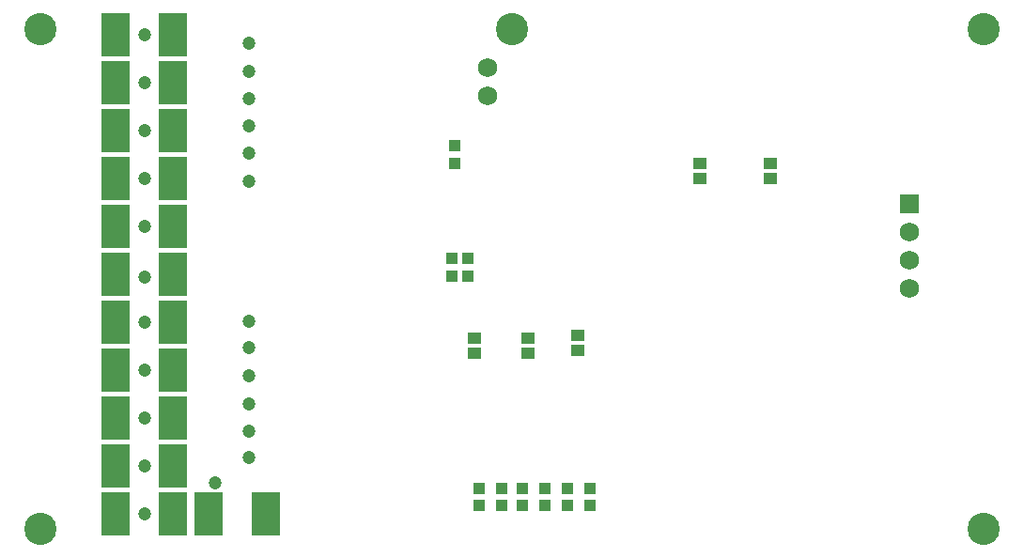
<source format=gbs>
G04 Layer_Color=16711935*
%FSTAX24Y24*%
%MOIN*%
G70*
G01*
G75*
%ADD60R,0.0415X0.0415*%
%ADD62R,0.0454X0.0414*%
%ADD83C,0.0680*%
%ADD84R,0.0680X0.0680*%
%ADD85C,0.1143*%
%ADD86C,0.0474*%
%ADD87R,0.1045X0.1537*%
D60*
X028344Y028805D02*
D03*
Y029415D02*
D03*
X027544Y028805D02*
D03*
Y029415D02*
D03*
X029094Y028805D02*
D03*
Y029415D02*
D03*
X029894Y028805D02*
D03*
Y029415D02*
D03*
X030694Y028805D02*
D03*
Y029415D02*
D03*
X031494Y028805D02*
D03*
Y029415D02*
D03*
X02715Y037565D02*
D03*
Y036955D02*
D03*
X026594D02*
D03*
Y037565D02*
D03*
X026694Y040955D02*
D03*
Y041565D02*
D03*
D62*
X035374Y040926D02*
D03*
Y040394D02*
D03*
X037874Y040926D02*
D03*
Y040394D02*
D03*
X031044Y034294D02*
D03*
Y034826D02*
D03*
X029294Y034194D02*
D03*
Y034726D02*
D03*
X027394Y034194D02*
D03*
Y034726D02*
D03*
D83*
X0428Y0365D02*
D03*
Y0375D02*
D03*
Y0385D02*
D03*
X02785Y04435D02*
D03*
Y04335D02*
D03*
D84*
X0428Y0395D02*
D03*
D85*
X028717Y045701D02*
D03*
X045449D02*
D03*
Y027984D02*
D03*
X011984Y045701D02*
D03*
Y027984D02*
D03*
D86*
X018168Y029607D02*
D03*
X01937Y045207D02*
D03*
Y044219D02*
D03*
Y043232D02*
D03*
X01937Y042283D02*
D03*
Y041295D02*
D03*
Y040308D02*
D03*
X015668Y045507D02*
D03*
Y043807D02*
D03*
Y042107D02*
D03*
Y040407D02*
D03*
Y038707D02*
D03*
Y036907D02*
D03*
Y035307D02*
D03*
Y033607D02*
D03*
Y031907D02*
D03*
Y030207D02*
D03*
Y028507D02*
D03*
X019368Y035357D02*
D03*
Y034407D02*
D03*
Y033407D02*
D03*
Y032407D02*
D03*
Y031457D02*
D03*
Y030507D02*
D03*
D87*
X017955Y028507D02*
D03*
X019982D02*
D03*
X014655Y037007D02*
D03*
X016682D02*
D03*
X014655Y038707D02*
D03*
X016682D02*
D03*
X014655Y040407D02*
D03*
X016682D02*
D03*
X014655Y042107D02*
D03*
X016682D02*
D03*
X014655Y043807D02*
D03*
X016682D02*
D03*
X014655Y045507D02*
D03*
X016682D02*
D03*
X014655Y028507D02*
D03*
X016682D02*
D03*
X014655Y030207D02*
D03*
X016682D02*
D03*
X014655Y031907D02*
D03*
X016682D02*
D03*
X014655Y033607D02*
D03*
X016682D02*
D03*
X014655Y035307D02*
D03*
X016682D02*
D03*
M02*

</source>
